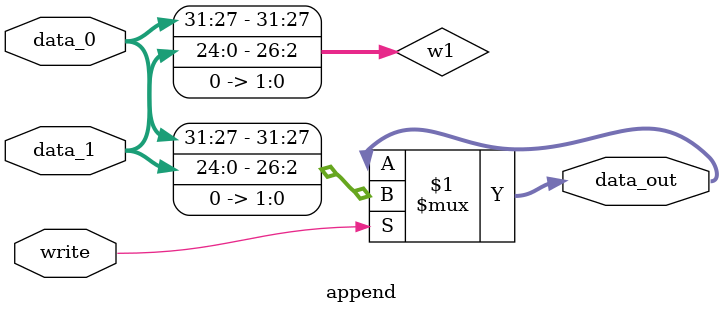
<source format=v>
module append (
    input wire write,
    input wire [31:0] data_0,
    input wire [25:0] data_1,
    output reg [31:0] data_out
    );


wire [31:0] w1 = {data_0[31:27], data_1[24:0], 2'd0};

assign data_out = {write?w1:data_out};

endmodule

</source>
